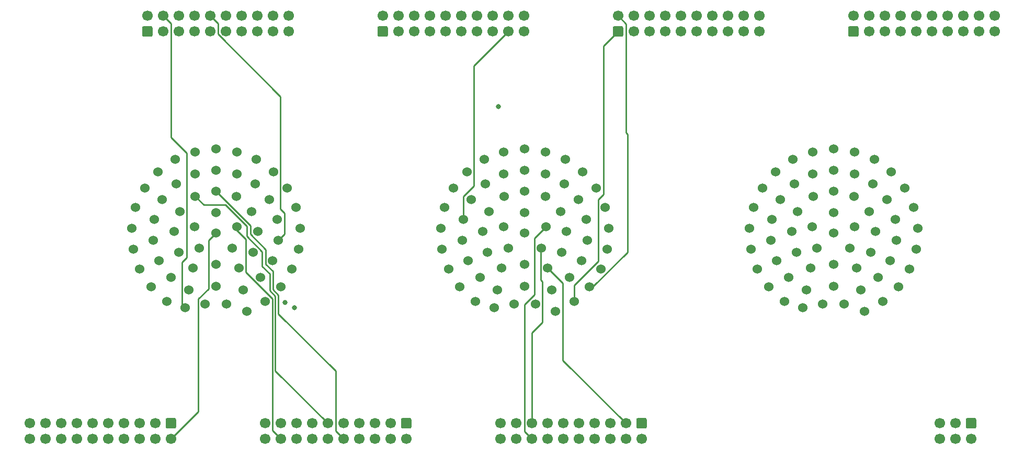
<source format=gbr>
G04 #@! TF.GenerationSoftware,KiCad,Pcbnew,(5.1.6)-1*
G04 #@! TF.CreationDate,2020-08-15T15:38:20+01:00*
G04 #@! TF.ProjectId,Sockets,536f636b-6574-4732-9e6b-696361645f70,rev?*
G04 #@! TF.SameCoordinates,Original*
G04 #@! TF.FileFunction,Copper,L1,Top*
G04 #@! TF.FilePolarity,Positive*
%FSLAX46Y46*%
G04 Gerber Fmt 4.6, Leading zero omitted, Abs format (unit mm)*
G04 Created by KiCad (PCBNEW (5.1.6)-1) date 2020-08-15 15:38:20*
%MOMM*%
%LPD*%
G01*
G04 APERTURE LIST*
G04 #@! TA.AperFunction,ComponentPad*
%ADD10C,1.524000*%
G04 #@! TD*
G04 #@! TA.AperFunction,ComponentPad*
%ADD11C,1.700000*%
G04 #@! TD*
G04 #@! TA.AperFunction,ViaPad*
%ADD12C,0.800000*%
G04 #@! TD*
G04 #@! TA.AperFunction,Conductor*
%ADD13C,0.250000*%
G04 #@! TD*
G04 APERTURE END LIST*
D10*
X146670000Y-94080000D03*
X143980000Y-103100000D03*
X144210000Y-96470000D03*
X143220000Y-99750000D03*
X146270000Y-105660000D03*
X150000000Y-105080000D03*
X152670000Y-102390000D03*
X147330000Y-102390000D03*
X146570000Y-98960000D03*
X150000000Y-96650000D03*
X153430000Y-98960000D03*
X142760000Y-107190000D03*
X150000000Y-108590000D03*
X153730000Y-105660000D03*
X139870000Y-101170000D03*
X140040000Y-97760000D03*
X140810000Y-104450000D03*
X145610000Y-109220000D03*
X156020000Y-103100000D03*
X156780000Y-99750000D03*
X155790000Y-96470000D03*
X150000000Y-93220000D03*
X153330000Y-94080000D03*
X159960000Y-97760000D03*
X158660000Y-94590000D03*
X156380000Y-92020000D03*
X150000000Y-89790000D03*
X153380000Y-90370000D03*
X146620000Y-90370000D03*
X143620000Y-92020000D03*
X141340000Y-94590000D03*
X160130000Y-101170000D03*
X143420000Y-88060000D03*
X146600000Y-86820000D03*
X137020000Y-95830000D03*
X140650000Y-90070000D03*
X136390000Y-99240000D03*
X138470000Y-92710000D03*
X136610000Y-102570000D03*
X148270000Y-111530000D03*
X139510000Y-108710000D03*
X142020000Y-111050000D03*
X145020000Y-112100000D03*
X151730000Y-111530000D03*
X154390000Y-109220000D03*
X157240000Y-107190000D03*
X159190000Y-104450000D03*
X137680000Y-105840000D03*
X150000000Y-86360000D03*
X153400000Y-86820000D03*
X156580000Y-88060000D03*
X161530000Y-92710000D03*
X162980000Y-95830000D03*
X159350000Y-90070000D03*
X163610000Y-99240000D03*
X163390000Y-102570000D03*
X162320000Y-105840000D03*
X160490000Y-108710000D03*
X157980000Y-111050000D03*
X154980000Y-112700000D03*
X150000000Y-100000000D03*
X96670000Y-94080000D03*
X93980000Y-103100000D03*
X94210000Y-96470000D03*
X93220000Y-99750000D03*
X96270000Y-105660000D03*
X100000000Y-105080000D03*
X102670000Y-102390000D03*
X97330000Y-102390000D03*
X96570000Y-98960000D03*
X100000000Y-96650000D03*
X103430000Y-98960000D03*
X92760000Y-107190000D03*
X100000000Y-108590000D03*
X103730000Y-105660000D03*
X89870000Y-101170000D03*
X90040000Y-97760000D03*
X90810000Y-104450000D03*
X95610000Y-109220000D03*
X106020000Y-103100000D03*
X106780000Y-99750000D03*
X105790000Y-96470000D03*
X100000000Y-93220000D03*
X103330000Y-94080000D03*
X109960000Y-97760000D03*
X108660000Y-94590000D03*
X106380000Y-92020000D03*
X100000000Y-89790000D03*
X103380000Y-90370000D03*
X96620000Y-90370000D03*
X93620000Y-92020000D03*
X91340000Y-94590000D03*
X110130000Y-101170000D03*
X93420000Y-88060000D03*
X96600000Y-86820000D03*
X87020000Y-95830000D03*
X90650000Y-90070000D03*
X86390000Y-99240000D03*
X88470000Y-92710000D03*
X86610000Y-102570000D03*
X98270000Y-111530000D03*
X89510000Y-108710000D03*
X92020000Y-111050000D03*
X95020000Y-112100000D03*
X101730000Y-111530000D03*
X104390000Y-109220000D03*
X107240000Y-107190000D03*
X109190000Y-104450000D03*
X87680000Y-105840000D03*
X100000000Y-86360000D03*
X103400000Y-86820000D03*
X106580000Y-88060000D03*
X111530000Y-92710000D03*
X112980000Y-95830000D03*
X109350000Y-90070000D03*
X113610000Y-99240000D03*
X113390000Y-102570000D03*
X112320000Y-105840000D03*
X110490000Y-108710000D03*
X107980000Y-111050000D03*
X104980000Y-112700000D03*
X100000000Y-100000000D03*
X196670000Y-94080000D03*
X193980000Y-103100000D03*
X194210000Y-96470000D03*
X193220000Y-99750000D03*
X196270000Y-105660000D03*
X200000000Y-105080000D03*
X202670000Y-102390000D03*
X197330000Y-102390000D03*
X196570000Y-98960000D03*
X200000000Y-96650000D03*
X203430000Y-98960000D03*
X192760000Y-107190000D03*
X200000000Y-108590000D03*
X203730000Y-105660000D03*
X189870000Y-101170000D03*
X190040000Y-97760000D03*
X190810000Y-104450000D03*
X195610000Y-109220000D03*
X206020000Y-103100000D03*
X206780000Y-99750000D03*
X205790000Y-96470000D03*
X200000000Y-93220000D03*
X203330000Y-94080000D03*
X209960000Y-97760000D03*
X208660000Y-94590000D03*
X206380000Y-92020000D03*
X200000000Y-89790000D03*
X203380000Y-90370000D03*
X196620000Y-90370000D03*
X193620000Y-92020000D03*
X191340000Y-94590000D03*
X210130000Y-101170000D03*
X193420000Y-88060000D03*
X196600000Y-86820000D03*
X187020000Y-95830000D03*
X190650000Y-90070000D03*
X186390000Y-99240000D03*
X188470000Y-92710000D03*
X186610000Y-102570000D03*
X198270000Y-111530000D03*
X189510000Y-108710000D03*
X192020000Y-111050000D03*
X195020000Y-112100000D03*
X201730000Y-111530000D03*
X204390000Y-109220000D03*
X207240000Y-107190000D03*
X209190000Y-104450000D03*
X187680000Y-105840000D03*
X200000000Y-86360000D03*
X203400000Y-86820000D03*
X206580000Y-88060000D03*
X211530000Y-92710000D03*
X212980000Y-95830000D03*
X209350000Y-90070000D03*
X213610000Y-99240000D03*
X213390000Y-102570000D03*
X212320000Y-105840000D03*
X210490000Y-108710000D03*
X207980000Y-111050000D03*
X204980000Y-112700000D03*
X200000000Y-100000000D03*
G04 #@! TA.AperFunction,ComponentPad*
G36*
G01*
X92110000Y-129960000D02*
X93310000Y-129960000D01*
G75*
G02*
X93560000Y-130210000I0J-250000D01*
G01*
X93560000Y-131410000D01*
G75*
G02*
X93310000Y-131660000I-250000J0D01*
G01*
X92110000Y-131660000D01*
G75*
G02*
X91860000Y-131410000I0J250000D01*
G01*
X91860000Y-130210000D01*
G75*
G02*
X92110000Y-129960000I250000J0D01*
G01*
G37*
G04 #@! TD.AperFunction*
D11*
X90170000Y-130810000D03*
X87630000Y-130810000D03*
X85090000Y-130810000D03*
X82550000Y-130810000D03*
X80010000Y-130810000D03*
X77470000Y-130810000D03*
X74930000Y-130810000D03*
X72390000Y-130810000D03*
X69850000Y-130810000D03*
X92710000Y-133350000D03*
X90170000Y-133350000D03*
X87630000Y-133350000D03*
X85090000Y-133350000D03*
X82550000Y-133350000D03*
X80010000Y-133350000D03*
X77470000Y-133350000D03*
X74930000Y-133350000D03*
X72390000Y-133350000D03*
X69850000Y-133350000D03*
G04 #@! TA.AperFunction,ComponentPad*
G36*
G01*
X89500000Y-68160000D02*
X88300000Y-68160000D01*
G75*
G02*
X88050000Y-67910000I0J250000D01*
G01*
X88050000Y-66710000D01*
G75*
G02*
X88300000Y-66460000I250000J0D01*
G01*
X89500000Y-66460000D01*
G75*
G02*
X89750000Y-66710000I0J-250000D01*
G01*
X89750000Y-67910000D01*
G75*
G02*
X89500000Y-68160000I-250000J0D01*
G01*
G37*
G04 #@! TD.AperFunction*
X91440000Y-67310000D03*
X93980000Y-67310000D03*
X96520000Y-67310000D03*
X99060000Y-67310000D03*
X101600000Y-67310000D03*
X104140000Y-67310000D03*
X106680000Y-67310000D03*
X109220000Y-67310000D03*
X111760000Y-67310000D03*
X88900000Y-64770000D03*
X91440000Y-64770000D03*
X93980000Y-64770000D03*
X96520000Y-64770000D03*
X99060000Y-64770000D03*
X101600000Y-64770000D03*
X104140000Y-64770000D03*
X106680000Y-64770000D03*
X109220000Y-64770000D03*
X111760000Y-64770000D03*
X107950000Y-133350000D03*
X110490000Y-133350000D03*
X113030000Y-133350000D03*
X115570000Y-133350000D03*
X118110000Y-133350000D03*
X120650000Y-133350000D03*
X123190000Y-133350000D03*
X125730000Y-133350000D03*
X128270000Y-133350000D03*
X130810000Y-133350000D03*
X107950000Y-130810000D03*
X110490000Y-130810000D03*
X113030000Y-130810000D03*
X115570000Y-130810000D03*
X118110000Y-130810000D03*
X120650000Y-130810000D03*
X123190000Y-130810000D03*
X125730000Y-130810000D03*
X128270000Y-130810000D03*
G04 #@! TA.AperFunction,ComponentPad*
G36*
G01*
X130210000Y-129960000D02*
X131410000Y-129960000D01*
G75*
G02*
X131660000Y-130210000I0J-250000D01*
G01*
X131660000Y-131410000D01*
G75*
G02*
X131410000Y-131660000I-250000J0D01*
G01*
X130210000Y-131660000D01*
G75*
G02*
X129960000Y-131410000I0J250000D01*
G01*
X129960000Y-130210000D01*
G75*
G02*
X130210000Y-129960000I250000J0D01*
G01*
G37*
G04 #@! TD.AperFunction*
G04 #@! TA.AperFunction,ComponentPad*
G36*
G01*
X165700000Y-68160000D02*
X164500000Y-68160000D01*
G75*
G02*
X164250000Y-67910000I0J250000D01*
G01*
X164250000Y-66710000D01*
G75*
G02*
X164500000Y-66460000I250000J0D01*
G01*
X165700000Y-66460000D01*
G75*
G02*
X165950000Y-66710000I0J-250000D01*
G01*
X165950000Y-67910000D01*
G75*
G02*
X165700000Y-68160000I-250000J0D01*
G01*
G37*
G04 #@! TD.AperFunction*
X167640000Y-67310000D03*
X170180000Y-67310000D03*
X172720000Y-67310000D03*
X175260000Y-67310000D03*
X177800000Y-67310000D03*
X180340000Y-67310000D03*
X182880000Y-67310000D03*
X185420000Y-67310000D03*
X187960000Y-67310000D03*
X165100000Y-64770000D03*
X167640000Y-64770000D03*
X170180000Y-64770000D03*
X172720000Y-64770000D03*
X175260000Y-64770000D03*
X177800000Y-64770000D03*
X180340000Y-64770000D03*
X182880000Y-64770000D03*
X185420000Y-64770000D03*
X187960000Y-64770000D03*
X149860000Y-64770000D03*
X147320000Y-64770000D03*
X144780000Y-64770000D03*
X142240000Y-64770000D03*
X139700000Y-64770000D03*
X137160000Y-64770000D03*
X134620000Y-64770000D03*
X132080000Y-64770000D03*
X129540000Y-64770000D03*
X127000000Y-64770000D03*
X149860000Y-67310000D03*
X147320000Y-67310000D03*
X144780000Y-67310000D03*
X142240000Y-67310000D03*
X139700000Y-67310000D03*
X137160000Y-67310000D03*
X134620000Y-67310000D03*
X132080000Y-67310000D03*
X129540000Y-67310000D03*
G04 #@! TA.AperFunction,ComponentPad*
G36*
G01*
X127600000Y-68160000D02*
X126400000Y-68160000D01*
G75*
G02*
X126150000Y-67910000I0J250000D01*
G01*
X126150000Y-66710000D01*
G75*
G02*
X126400000Y-66460000I250000J0D01*
G01*
X127600000Y-66460000D01*
G75*
G02*
X127850000Y-66710000I0J-250000D01*
G01*
X127850000Y-67910000D01*
G75*
G02*
X127600000Y-68160000I-250000J0D01*
G01*
G37*
G04 #@! TD.AperFunction*
G04 #@! TA.AperFunction,ComponentPad*
G36*
G01*
X168310000Y-129960000D02*
X169510000Y-129960000D01*
G75*
G02*
X169760000Y-130210000I0J-250000D01*
G01*
X169760000Y-131410000D01*
G75*
G02*
X169510000Y-131660000I-250000J0D01*
G01*
X168310000Y-131660000D01*
G75*
G02*
X168060000Y-131410000I0J250000D01*
G01*
X168060000Y-130210000D01*
G75*
G02*
X168310000Y-129960000I250000J0D01*
G01*
G37*
G04 #@! TD.AperFunction*
X166370000Y-130810000D03*
X163830000Y-130810000D03*
X161290000Y-130810000D03*
X158750000Y-130810000D03*
X156210000Y-130810000D03*
X153670000Y-130810000D03*
X151130000Y-130810000D03*
X148590000Y-130810000D03*
X146050000Y-130810000D03*
X168910000Y-133350000D03*
X166370000Y-133350000D03*
X163830000Y-133350000D03*
X161290000Y-133350000D03*
X158750000Y-133350000D03*
X156210000Y-133350000D03*
X153670000Y-133350000D03*
X151130000Y-133350000D03*
X148590000Y-133350000D03*
X146050000Y-133350000D03*
X226060000Y-64770000D03*
X223520000Y-64770000D03*
X220980000Y-64770000D03*
X218440000Y-64770000D03*
X215900000Y-64770000D03*
X213360000Y-64770000D03*
X210820000Y-64770000D03*
X208280000Y-64770000D03*
X205740000Y-64770000D03*
X203200000Y-64770000D03*
X226060000Y-67310000D03*
X223520000Y-67310000D03*
X220980000Y-67310000D03*
X218440000Y-67310000D03*
X215900000Y-67310000D03*
X213360000Y-67310000D03*
X210820000Y-67310000D03*
X208280000Y-67310000D03*
X205740000Y-67310000D03*
G04 #@! TA.AperFunction,ComponentPad*
G36*
G01*
X203800000Y-68160000D02*
X202600000Y-68160000D01*
G75*
G02*
X202350000Y-67910000I0J250000D01*
G01*
X202350000Y-66710000D01*
G75*
G02*
X202600000Y-66460000I250000J0D01*
G01*
X203800000Y-66460000D01*
G75*
G02*
X204050000Y-66710000I0J-250000D01*
G01*
X204050000Y-67910000D01*
G75*
G02*
X203800000Y-68160000I-250000J0D01*
G01*
G37*
G04 #@! TD.AperFunction*
G04 #@! TA.AperFunction,ComponentPad*
G36*
G01*
X221650000Y-129960000D02*
X222850000Y-129960000D01*
G75*
G02*
X223100000Y-130210000I0J-250000D01*
G01*
X223100000Y-131410000D01*
G75*
G02*
X222850000Y-131660000I-250000J0D01*
G01*
X221650000Y-131660000D01*
G75*
G02*
X221400000Y-131410000I0J250000D01*
G01*
X221400000Y-130210000D01*
G75*
G02*
X221650000Y-129960000I250000J0D01*
G01*
G37*
G04 #@! TD.AperFunction*
X219710000Y-130810000D03*
X217170000Y-130810000D03*
X222250000Y-133350000D03*
X219710000Y-133350000D03*
X217170000Y-133350000D03*
D12*
X111209700Y-111235800D03*
X112747400Y-112121200D03*
X145749400Y-79452700D03*
D13*
X92710000Y-133350000D02*
X97132100Y-128927900D01*
X97132100Y-128927900D02*
X97132100Y-110667900D01*
X97132100Y-110667900D02*
X98801700Y-108998300D01*
X98801700Y-108998300D02*
X98801700Y-101198300D01*
X98801700Y-101198300D02*
X100000000Y-100000000D01*
X91440000Y-64770000D02*
X92710000Y-66040000D01*
X92710000Y-66040000D02*
X92710000Y-84467800D01*
X92710000Y-84467800D02*
X95297400Y-87055200D01*
X95297400Y-87055200D02*
X95297400Y-103957400D01*
X95297400Y-103957400D02*
X94522600Y-104732200D01*
X94522600Y-104732200D02*
X94522600Y-111602600D01*
X94522600Y-111602600D02*
X95020000Y-112100000D01*
X99060000Y-64770000D02*
X100330000Y-66040000D01*
X100330000Y-66040000D02*
X100330000Y-67728600D01*
X100330000Y-67728600D02*
X110437300Y-77835900D01*
X110437300Y-77835900D02*
X110437300Y-96063000D01*
X110437300Y-96063000D02*
X111126700Y-96752400D01*
X111126700Y-96752400D02*
X111126700Y-100173300D01*
X111126700Y-100173300D02*
X110130000Y-101170000D01*
X120650000Y-133350000D02*
X119380000Y-132080000D01*
X119380000Y-132080000D02*
X119380000Y-122355300D01*
X119380000Y-122355300D02*
X110127700Y-113103000D01*
X110127700Y-113103000D02*
X110127700Y-110050800D01*
X110127700Y-110050800D02*
X109224100Y-109147200D01*
X109224100Y-109147200D02*
X109224100Y-106153900D01*
X109224100Y-106153900D02*
X108102600Y-105032400D01*
X108102600Y-105032400D02*
X108102600Y-102651400D01*
X108102600Y-102651400D02*
X105582200Y-100131000D01*
X105582200Y-100131000D02*
X105582200Y-98802200D01*
X105582200Y-98802200D02*
X100000000Y-93220000D01*
X103430000Y-98960000D02*
X103430000Y-99570900D01*
X103430000Y-99570900D02*
X104848800Y-100989700D01*
X104848800Y-100989700D02*
X104848800Y-106346800D01*
X104848800Y-106346800D02*
X109134600Y-110632600D01*
X109134600Y-110632600D02*
X109134600Y-131994600D01*
X109134600Y-131994600D02*
X110490000Y-133350000D01*
X96670000Y-94080000D02*
X98031100Y-95441100D01*
X98031100Y-95441100D02*
X101525700Y-95441100D01*
X101525700Y-95441100D02*
X104972600Y-98888000D01*
X104972600Y-98888000D02*
X104972600Y-100476500D01*
X104972600Y-100476500D02*
X107504800Y-103008700D01*
X107504800Y-103008700D02*
X107504800Y-105392200D01*
X107504800Y-105392200D02*
X108705700Y-106593100D01*
X108705700Y-106593100D02*
X108705700Y-109265700D01*
X108705700Y-109265700D02*
X109627900Y-110187900D01*
X109627900Y-110187900D02*
X109627900Y-122327900D01*
X109627900Y-122327900D02*
X118110000Y-130810000D01*
X152670000Y-102390000D02*
X152590000Y-102470000D01*
X152590000Y-102470000D02*
X152590000Y-107582500D01*
X152590000Y-107582500D02*
X152827200Y-107819700D01*
X152827200Y-107819700D02*
X152827200Y-114482600D01*
X152827200Y-114482600D02*
X151130000Y-116179800D01*
X151130000Y-116179800D02*
X151130000Y-130810000D01*
X151130000Y-133350000D02*
X149936700Y-132156700D01*
X149936700Y-132156700D02*
X149936700Y-111593300D01*
X149936700Y-111593300D02*
X151582600Y-109947400D01*
X151582600Y-109947400D02*
X151582600Y-100807400D01*
X151582600Y-100807400D02*
X153430000Y-98960000D01*
X166370000Y-130810000D02*
X156152600Y-120592600D01*
X156152600Y-120592600D02*
X156152600Y-108082600D01*
X156152600Y-108082600D02*
X153730000Y-105660000D01*
X147320000Y-67310000D02*
X141737300Y-72892700D01*
X141737300Y-72892700D02*
X141737300Y-92312700D01*
X141737300Y-92312700D02*
X140040000Y-94010000D01*
X140040000Y-94010000D02*
X140040000Y-97760000D01*
X165100000Y-64770000D02*
X166400100Y-66070100D01*
X166400100Y-66070100D02*
X166400100Y-83699300D01*
X166400100Y-83699300D02*
X166646100Y-83945300D01*
X166646100Y-83945300D02*
X166646100Y-103074100D01*
X166646100Y-103074100D02*
X161010200Y-108710000D01*
X161010200Y-108710000D02*
X160490000Y-108710000D01*
X165100000Y-67310000D02*
X162742400Y-69667600D01*
X162742400Y-69667600D02*
X162742400Y-93740200D01*
X162742400Y-93740200D02*
X161888300Y-94594300D01*
X161888300Y-94594300D02*
X161888300Y-104551400D01*
X161888300Y-104551400D02*
X157980000Y-108459700D01*
X157980000Y-108459700D02*
X157980000Y-111050000D01*
M02*

</source>
